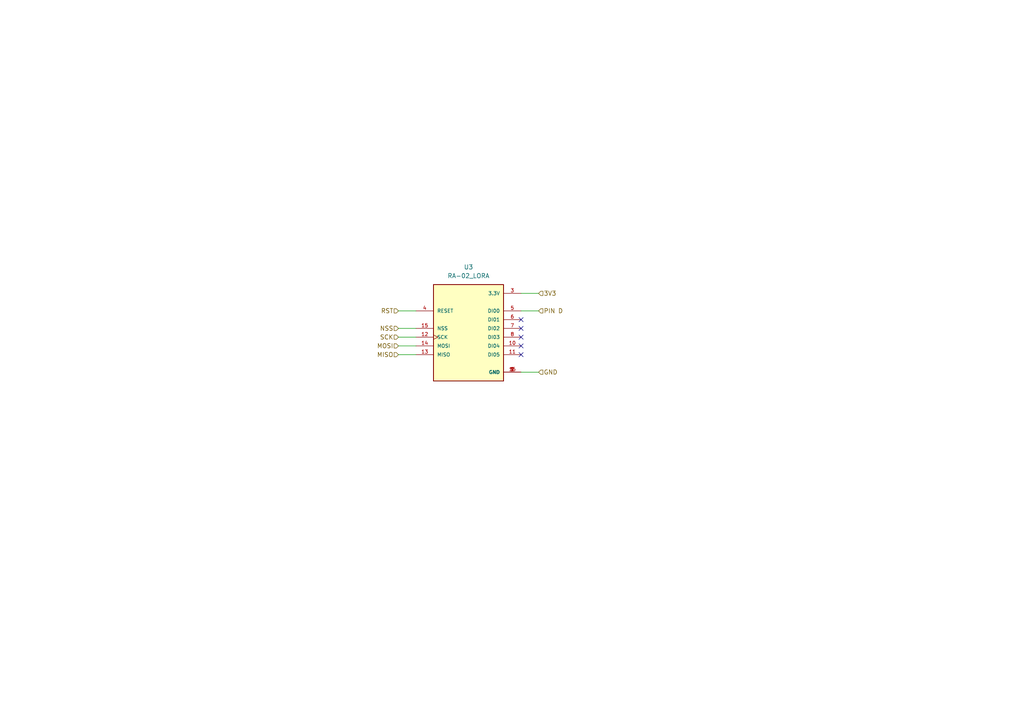
<source format=kicad_sch>
(kicad_sch (version 20231120) (generator "eeschema") (generator_version "8.0")
  (paper "A4")
  (lib_symbols
    (symbol "RA-02_LORA:RA-02_LORA" (pin_names (offset 1.016))
      (property "Reference" "U" (at -10.16 16.51 0))
      (property "Value" "RA-02_LORA" (at -10.16 -13.97 0))
      (symbol "RA-02_LORA_0_0"
        (rectangle (start -10.16 -12.7) (end 10.16 15.24) (stroke (width 0.254)) (fill (type background)))
        (pin power_in line (at 15.24 -10.16 180) (length 5.08) (name "GND") (number "1"))
        (pin bidirectional line (at 15.24 -2.54 180) (length 5.08) (name "DI04") (number "10"))
        (pin bidirectional line (at 15.24 -5.08 180) (length 5.08) (name "DI05") (number "11"))
        (pin input clock (at -15.24 0 0) (length 5.08) (name "SCK") (number "12"))
        (pin output line (at -15.24 -5.08 0) (length 5.08) (name "MISO") (number "13"))
        (pin input line (at -15.24 -2.54 0) (length 5.08) (name "MOSI") (number "14"))
        (pin input line (at -15.24 2.54 0) (length 5.08) (name "NSS") (number "15"))
        (pin power_in line (at 15.24 -10.16 180) (length 5.08) (name "GND") (number "16"))
        (pin power_in line (at 15.24 -10.16 180) (length 5.08) (name "GND") (number "2"))
        (pin power_in line (at 15.24 12.7 180) (length 5.08) (name "3.3V") (number "3"))
        (pin input line (at -15.24 7.62 0) (length 5.08) (name "RESET") (number "4"))
        (pin bidirectional line (at 15.24 7.62 180) (length 5.08) (name "DI00") (number "5"))
        (pin bidirectional line (at 15.24 5.08 180) (length 5.08) (name "DI01") (number "6"))
        (pin bidirectional line (at 15.24 2.54 180) (length 5.08) (name "DI02") (number "7"))
        (pin bidirectional line (at 15.24 0 180) (length 5.08) (name "DI03") (number "8"))
        (pin power_in line (at 15.24 -10.16 180) (length 5.08) (name "GND") (number "9"))
      )
    )
  )
  (no_connect (at 151.13 95.25))
  (no_connect (at 151.13 102.87))
  (no_connect (at 151.13 92.71))
  (no_connect (at 151.13 97.79))
  (no_connect (at 151.13 100.33))
  (wire (pts (xy 115.57 102.87) (xy 120.65 102.87)))
  (wire (pts (xy 115.57 100.33) (xy 120.65 100.33)))
  (wire (pts (xy 115.57 97.79) (xy 120.65 97.79)))
  (wire (pts (xy 151.13 85.09) (xy 156.21 85.09)))
  (wire (pts (xy 115.57 95.25) (xy 120.65 95.25)))
  (wire (pts (xy 151.13 90.17) (xy 156.21 90.17)))
  (wire (pts (xy 115.57 90.17) (xy 120.65 90.17)))
  (wire (pts (xy 151.13 107.95) (xy 156.21 107.95)))
  (hierarchical_label "GND" (shape input) (at 156.21 107.95 0))
  (hierarchical_label "PIN D" (shape input) (at 156.21 90.17 0))
  (hierarchical_label "SCK" (shape input) (at 115.57 97.79 180))
  (hierarchical_label "3V3" (shape input) (at 156.21 85.09 0))
  (hierarchical_label "NSS" (shape input) (at 115.57 95.25 180))
  (hierarchical_label "MOSI" (shape input) (at 115.57 100.33 180))
  (hierarchical_label "RST" (shape input) (at 115.57 90.17 180))
  (hierarchical_label "MISO" (shape input) (at 115.57 102.87 180))
  (symbol (lib_id "RA-02_LORA:RA-02_LORA") (at 135.89 97.79 0) (unit 1)
    (property "Reference" "U3" (at 135.89 77.47 0))
    (property "Value" "RA-02_LORA" (at 135.89 80.01 0))
    (property "Footprint" "RA-02_LORA:MODULE_RA-02_LORA" (effects (hide yes)))
    (property "MF" "AI-Thinker" (effects (hide yes)))
    (property "MAXIMUM_PACKAGE_HEIGHT" "3.3mm" (effects (hide yes)))
    (property "Package" "None" (effects (hide yes)))
    (property "Price" "None" (effects (hide yes)))
    (property "Check_prices" "https://www.snapeda.com/parts/Ra-02%20LoRa/AI-Thinker/view-part/?ref=eda" (effects (hide yes)))
    (property "STANDARD" "Manufacturer Recommendations" (effects (hide yes)))
    (property "PARTREV" "2018/03/02" (effects (hide yes)))
    (property "SnapEDA_Link" "https://www.snapeda.com/parts/Ra-02%20LoRa/AI-Thinker/view-part/?ref=snap" (effects (hide yes)))
    (property "MP" "Ra-02 LoRa" (effects (hide yes)))
    (property "Description_1" "\nRa-02 LoRa RF M5Stack Platform Evaluation Expansion Board\n" (effects (hide yes)))
    (property "Availability" "Not in stock" (effects (hide yes)))
    (property "MANUFACTURER" "Ai-Thinker" (effects (hide yes)))
  )
)
</source>
